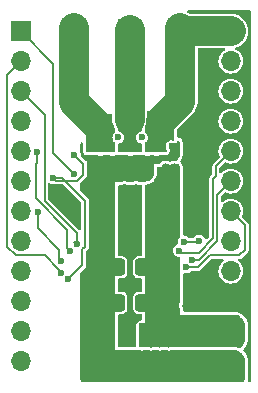
<source format=gbr>
%TF.GenerationSoftware,KiCad,Pcbnew,8.0.7*%
%TF.CreationDate,2025-02-16T23:20:21-06:00*%
%TF.ProjectId,MotorDriver,4d6f746f-7244-4726-9976-65722e6b6963,rev?*%
%TF.SameCoordinates,Original*%
%TF.FileFunction,Copper,L4,Bot*%
%TF.FilePolarity,Positive*%
%FSLAX46Y46*%
G04 Gerber Fmt 4.6, Leading zero omitted, Abs format (unit mm)*
G04 Created by KiCad (PCBNEW 8.0.7) date 2025-02-16 23:20:21*
%MOMM*%
%LPD*%
G01*
G04 APERTURE LIST*
G04 Aperture macros list*
%AMRoundRect*
0 Rectangle with rounded corners*
0 $1 Rounding radius*
0 $2 $3 $4 $5 $6 $7 $8 $9 X,Y pos of 4 corners*
0 Add a 4 corners polygon primitive as box body*
4,1,4,$2,$3,$4,$5,$6,$7,$8,$9,$2,$3,0*
0 Add four circle primitives for the rounded corners*
1,1,$1+$1,$2,$3*
1,1,$1+$1,$4,$5*
1,1,$1+$1,$6,$7*
1,1,$1+$1,$8,$9*
0 Add four rect primitives between the rounded corners*
20,1,$1+$1,$2,$3,$4,$5,0*
20,1,$1+$1,$4,$5,$6,$7,0*
20,1,$1+$1,$6,$7,$8,$9,0*
20,1,$1+$1,$8,$9,$2,$3,0*%
G04 Aperture macros list end*
%TA.AperFunction,SMDPad,CuDef*%
%ADD10RoundRect,0.250000X0.337500X0.475000X-0.337500X0.475000X-0.337500X-0.475000X0.337500X-0.475000X0*%
%TD*%
%TA.AperFunction,ComponentPad*%
%ADD11R,1.700000X1.700000*%
%TD*%
%TA.AperFunction,ComponentPad*%
%ADD12O,1.700000X1.700000*%
%TD*%
%TA.AperFunction,ViaPad*%
%ADD13C,0.600000*%
%TD*%
%TA.AperFunction,Conductor*%
%ADD14C,0.200000*%
%TD*%
%TA.AperFunction,Conductor*%
%ADD15C,2.500000*%
%TD*%
G04 APERTURE END LIST*
D10*
%TO.P,C1,1*%
%TO.N,+BATT*%
X135287500Y-95000000D03*
%TO.P,C1,2*%
%TO.N,-BATT*%
X133212500Y-95000000D03*
%TD*%
D11*
%TO.P,J2,1,Pin_1*%
%TO.N,Net-(J2-Pin_1)*%
X125000000Y-75000000D03*
D12*
%TO.P,J2,2,Pin_2*%
%TO.N,Net-(J2-Pin_2)*%
X125000000Y-77540000D03*
%TO.P,J2,3,Pin_3*%
%TO.N,Net-(J2-Pin_3)*%
X125000000Y-80080000D03*
%TO.P,J2,4,Pin_4*%
%TO.N,Net-(J2-Pin_4)*%
X125000000Y-82620000D03*
%TO.P,J2,5,Pin_5*%
%TO.N,Net-(J2-Pin_5)*%
X125000000Y-85160000D03*
%TO.P,J2,6,Pin_6*%
%TO.N,Net-(J2-Pin_6)*%
X125000000Y-87700000D03*
%TO.P,J2,7,Pin_7*%
%TO.N,/INHA*%
X125000000Y-90240000D03*
%TO.P,J2,8,Pin_8*%
%TO.N,/INLA*%
X125000000Y-92780000D03*
%TO.P,J2,9,Pin_9*%
%TO.N,/INHB*%
X125000000Y-95320000D03*
%TO.P,J2,10,Pin_10*%
%TO.N,/INLB*%
X125000000Y-97860000D03*
%TO.P,J2,11,Pin_11*%
%TO.N,/INHC*%
X125000000Y-100400000D03*
%TO.P,J2,12,Pin_12*%
%TO.N,/INLC*%
X125000000Y-102940000D03*
%TD*%
D10*
%TO.P,C2,1*%
%TO.N,+BATT*%
X135287500Y-98000000D03*
%TO.P,C2,2*%
%TO.N,-BATT*%
X133212500Y-98000000D03*
%TD*%
D11*
%TO.P,J4,1,Pin_1*%
%TO.N,/OUTA*%
X142780000Y-75000000D03*
D12*
%TO.P,J4,2,Pin_2*%
%TO.N,/OUTB*%
X142780000Y-77540000D03*
%TO.P,J4,3,Pin_3*%
%TO.N,/OUTC*%
X142780000Y-80080000D03*
%TO.P,J4,4,Pin_4*%
%TO.N,unconnected-(J4-Pin_4-Pad4)*%
X142780000Y-82620000D03*
%TO.P,J4,5,Pin_5*%
%TO.N,Net-(J4-Pin_5)*%
X142780000Y-85160000D03*
%TO.P,J4,6,Pin_6*%
%TO.N,Net-(J4-Pin_6)*%
X142780000Y-87700000D03*
%TO.P,J4,7,Pin_7*%
%TO.N,Net-(J4-Pin_7)*%
X142780000Y-90240000D03*
%TO.P,J4,8,Pin_8*%
%TO.N,/Buck_Out*%
X142780000Y-92780000D03*
%TO.P,J4,9,Pin_9*%
%TO.N,+3.3V*%
X142780000Y-95320000D03*
%TO.P,J4,10,Pin_10*%
%TO.N,GND*%
X142780000Y-97860000D03*
%TO.P,J4,11,Pin_11*%
%TO.N,+BATT*%
X142780000Y-100400000D03*
%TO.P,J4,12,Pin_12*%
%TO.N,-BATT*%
X142780000Y-102940000D03*
%TD*%
D13*
%TO.N,+BATT*%
X136750000Y-100750000D03*
X135250000Y-101500000D03*
X136750000Y-101500000D03*
X137250000Y-86500000D03*
X137500000Y-101500000D03*
X137500000Y-100000000D03*
X136750000Y-100000000D03*
X138000000Y-86500000D03*
X136000000Y-100000000D03*
X136000000Y-101500000D03*
X136000000Y-100750000D03*
X135250000Y-100000000D03*
X137500000Y-100750000D03*
X135250000Y-100750000D03*
%TO.N,-BATT*%
X132000000Y-100750000D03*
X137750000Y-85500000D03*
X132750000Y-100750000D03*
X131250000Y-101500000D03*
X130500000Y-101500000D03*
X133250000Y-84000000D03*
X131250000Y-100750000D03*
X132750000Y-101500000D03*
X137750000Y-84750000D03*
X131250000Y-100000000D03*
X135250000Y-84000000D03*
X130500000Y-100000000D03*
X132750000Y-100000000D03*
X132000000Y-100000000D03*
X132000000Y-101500000D03*
X130500000Y-100750000D03*
%TO.N,GND*%
X134750000Y-90750000D03*
X127894936Y-89392563D03*
X134000000Y-93750000D03*
X134750000Y-88250000D03*
X134250000Y-97000000D03*
X133750000Y-96250000D03*
X133750000Y-90750000D03*
X138950000Y-98250000D03*
X133750000Y-88250000D03*
X134750000Y-89500000D03*
X133750000Y-89500000D03*
X134750000Y-96250000D03*
%TO.N,+3.3V*%
X127750000Y-87462500D03*
X129000000Y-96000000D03*
X129517707Y-85481338D03*
%TO.N,/Buck_Out*%
X140106796Y-92750000D03*
X138822809Y-92819551D03*
%TO.N,Net-(J2-Pin_3)*%
X129750000Y-93000000D03*
%TO.N,Net-(J2-Pin_2)*%
X128382843Y-95490965D03*
%TO.N,Net-(J2-Pin_5)*%
X128382843Y-94500000D03*
X126459443Y-90290525D03*
%TO.N,Net-(J2-Pin_1)*%
X129500000Y-87081338D03*
%TO.N,Net-(J2-Pin_4)*%
X126346517Y-85256949D03*
X129148957Y-93601043D03*
%TO.N,/OUTA*%
X136500000Y-82750000D03*
X139250000Y-74250000D03*
X136500000Y-85000000D03*
X138500000Y-75750000D03*
X139250000Y-75750000D03*
X137750000Y-75750000D03*
X139250000Y-75000000D03*
X136500000Y-83500000D03*
X137750000Y-75000000D03*
X138500000Y-75000000D03*
X136500000Y-84250000D03*
X137750000Y-74250000D03*
X137250000Y-83500000D03*
X135750000Y-85000000D03*
X138500000Y-74250000D03*
X137250000Y-82750000D03*
%TO.N,/OUTC*%
X131750000Y-85000000D03*
X131750000Y-83500000D03*
X131000000Y-82750000D03*
X128750000Y-74250000D03*
X129500000Y-74250000D03*
X130250000Y-75000000D03*
X131750000Y-82750000D03*
X129500000Y-75750000D03*
X130250000Y-75750000D03*
X128750000Y-75000000D03*
X128750000Y-75750000D03*
X129500000Y-75000000D03*
X130250000Y-74250000D03*
X131750000Y-84250000D03*
X131000000Y-83500000D03*
X132750000Y-85000000D03*
%TO.N,/OUTB*%
X134250000Y-85000000D03*
X134250000Y-75000000D03*
X133500000Y-75000000D03*
X134250000Y-81750000D03*
X135000000Y-74250000D03*
X133750000Y-82500000D03*
X134750000Y-82500000D03*
X134250000Y-84250000D03*
X134250000Y-74250000D03*
X133500000Y-74250000D03*
X134250000Y-75750000D03*
X134250000Y-83250000D03*
X135000000Y-75000000D03*
X135000000Y-75750000D03*
X133500000Y-75750000D03*
%TO.N,Net-(J4-Pin_6)*%
X139500000Y-94350000D03*
%TO.N,Net-(J4-Pin_7)*%
X139000000Y-95000000D03*
%TO.N,Net-(J4-Pin_5)*%
X138415380Y-93584620D03*
%TD*%
D14*
%TO.N,+3.3V*%
X130250000Y-87179867D02*
X130250000Y-86213631D01*
X130200000Y-93469239D02*
X130400000Y-93269239D01*
X127968838Y-87681338D02*
X129748529Y-87681338D01*
X130250000Y-86213631D02*
X129517707Y-85481338D01*
X128475000Y-87462500D02*
X127750000Y-87462500D01*
X130400000Y-93269239D02*
X130400000Y-89387500D01*
X127750000Y-87462500D02*
X127968838Y-87681338D01*
X129748529Y-87681338D02*
X130250000Y-87179867D01*
X130200000Y-94800000D02*
X130200000Y-93469239D01*
X129000000Y-96000000D02*
X130200000Y-94800000D01*
X130400000Y-89387500D02*
X128475000Y-87462500D01*
%TO.N,/Buck_Out*%
X140106796Y-92750000D02*
X140037245Y-92819551D01*
X140037245Y-92819551D02*
X138822809Y-92819551D01*
%TO.N,Net-(J2-Pin_3)*%
X129750000Y-92096157D02*
X129750000Y-93000000D01*
X129519239Y-92850000D02*
X129669239Y-93000000D01*
X127000000Y-89346157D02*
X129750000Y-92096157D01*
X125000000Y-80080000D02*
X127000000Y-82080000D01*
X129669239Y-93000000D02*
X129750000Y-93000000D01*
X127000000Y-82080000D02*
X127000000Y-89346157D01*
%TO.N,Net-(J2-Pin_2)*%
X123850000Y-78690000D02*
X123850000Y-93256346D01*
X127000000Y-94000000D02*
X128250000Y-95250000D01*
X125000000Y-77540000D02*
X123850000Y-78690000D01*
X124593654Y-94000000D02*
X127000000Y-94000000D01*
X123850000Y-93256346D02*
X124593654Y-94000000D01*
X128250000Y-95500000D02*
X128373808Y-95500000D01*
X128373808Y-95500000D02*
X128382843Y-95490965D01*
X128250000Y-95250000D02*
X128250000Y-95500000D01*
%TO.N,Net-(J2-Pin_5)*%
X128250000Y-94367157D02*
X128250000Y-93500000D01*
X126459443Y-91709443D02*
X126459443Y-90290525D01*
X128382843Y-94500000D02*
X128250000Y-94367157D01*
X128250000Y-93500000D02*
X126459443Y-91709443D01*
%TO.N,Net-(J2-Pin_1)*%
X127750000Y-85331338D02*
X129500000Y-87081338D01*
X125000000Y-75000000D02*
X127750000Y-77750000D01*
X127750000Y-77750000D02*
X127750000Y-85331338D01*
%TO.N,Net-(J2-Pin_4)*%
X126346517Y-86153483D02*
X126250000Y-86250000D01*
X128916729Y-91828571D02*
X128916729Y-93368815D01*
X126250000Y-86250000D02*
X126250000Y-89161842D01*
X126346517Y-85256949D02*
X126346517Y-86153483D01*
X128916729Y-93368815D02*
X129148957Y-93601043D01*
X126250000Y-89161842D02*
X128916729Y-91828571D01*
D15*
%TO.N,/OUTA*%
X142780000Y-75000000D02*
X138750000Y-75000000D01*
X138501249Y-74740124D02*
X138501249Y-80990124D01*
X138501249Y-80990124D02*
X136901249Y-82590124D01*
%TO.N,/OUTC*%
X129500000Y-81000000D02*
X131500000Y-83000000D01*
X129500000Y-74750000D02*
X129500000Y-81000000D01*
%TO.N,/OUTB*%
X134200000Y-74950000D02*
X134200000Y-82500000D01*
D14*
%TO.N,Net-(J4-Pin_6)*%
X141630000Y-92756397D02*
X141630000Y-88850000D01*
X140036397Y-94350000D02*
X141630000Y-92756397D01*
X139500000Y-94350000D02*
X140036397Y-94350000D01*
X141630000Y-88850000D02*
X142780000Y-87700000D01*
%TO.N,Net-(J4-Pin_7)*%
X140000000Y-95000000D02*
X141000000Y-94000000D01*
X141000000Y-94000000D02*
X143500000Y-94000000D01*
X144000000Y-93500000D02*
X144000000Y-91460000D01*
X139000000Y-95000000D02*
X140000000Y-95000000D01*
X144000000Y-91460000D02*
X142780000Y-90240000D01*
X143500000Y-94000000D02*
X144000000Y-93500000D01*
%TO.N,Net-(J4-Pin_5)*%
X141500000Y-86440000D02*
X142780000Y-85160000D01*
X138580760Y-93750000D02*
X140036397Y-93750000D01*
X138415380Y-93584620D02*
X138580760Y-93750000D01*
X140036397Y-93750000D02*
X141230000Y-92556397D01*
X141500000Y-87250000D02*
X141500000Y-86440000D01*
X141230000Y-92556397D02*
X141230000Y-87520000D01*
X141230000Y-87520000D02*
X141500000Y-87250000D01*
%TD*%
%TA.AperFunction,Conductor*%
%TO.N,GND*%
G36*
X144458691Y-73269407D02*
G01*
X144494655Y-73318907D01*
X144499500Y-73349500D01*
X144499500Y-104650500D01*
X144480593Y-104708691D01*
X144431093Y-104744655D01*
X144400500Y-104749500D01*
X144288926Y-104749500D01*
X144230735Y-104730593D01*
X144194771Y-104681093D01*
X144194189Y-104621762D01*
X144194189Y-104621761D01*
X144222453Y-104528586D01*
X144228545Y-104504264D01*
X144232331Y-104485230D01*
X144236010Y-104460431D01*
X144253793Y-104279887D01*
X144254715Y-104267386D01*
X144255192Y-104257682D01*
X144255500Y-104245138D01*
X144255500Y-103004861D01*
X144255192Y-102992317D01*
X144254715Y-102982613D01*
X144253793Y-102970112D01*
X144236010Y-102789568D01*
X144232331Y-102764769D01*
X144228545Y-102745735D01*
X144222453Y-102721413D01*
X144171209Y-102552480D01*
X144162761Y-102528869D01*
X144155334Y-102510939D01*
X144144614Y-102488274D01*
X144144605Y-102488257D01*
X144061413Y-102332614D01*
X144061409Y-102332608D01*
X144061406Y-102332603D01*
X144061398Y-102332588D01*
X144048510Y-102311085D01*
X144037728Y-102294948D01*
X144022789Y-102274805D01*
X143910796Y-102138342D01*
X143910777Y-102138322D01*
X143910767Y-102138309D01*
X143893965Y-102119772D01*
X143893958Y-102119764D01*
X143880235Y-102106041D01*
X143880220Y-102106028D01*
X143880208Y-102106016D01*
X143861661Y-102089206D01*
X143861656Y-102089202D01*
X143846212Y-102076528D01*
X143813224Y-102024997D01*
X143816825Y-101963917D01*
X143846210Y-101923472D01*
X143861657Y-101910796D01*
X143880235Y-101893958D01*
X143893958Y-101880235D01*
X143910796Y-101861657D01*
X144022789Y-101725194D01*
X144037728Y-101705051D01*
X144048510Y-101688914D01*
X144061398Y-101667411D01*
X144061410Y-101667388D01*
X144061413Y-101667384D01*
X144144605Y-101511741D01*
X144144610Y-101511732D01*
X144144614Y-101511725D01*
X144155334Y-101489060D01*
X144162761Y-101471130D01*
X144171209Y-101447519D01*
X144222453Y-101278586D01*
X144228545Y-101254264D01*
X144232331Y-101235230D01*
X144236010Y-101210431D01*
X144253793Y-101029887D01*
X144254715Y-101017386D01*
X144255192Y-101007682D01*
X144255500Y-100995138D01*
X144255500Y-100004861D01*
X144255192Y-99992317D01*
X144254715Y-99982613D01*
X144253793Y-99970112D01*
X144236010Y-99789568D01*
X144232331Y-99764769D01*
X144228545Y-99745735D01*
X144222453Y-99721413D01*
X144214211Y-99694241D01*
X144171219Y-99552512D01*
X144171214Y-99552497D01*
X144171209Y-99552480D01*
X144162761Y-99528869D01*
X144155334Y-99510939D01*
X144144614Y-99488274D01*
X144131674Y-99464065D01*
X144061413Y-99332614D01*
X144061409Y-99332608D01*
X144061406Y-99332603D01*
X144061398Y-99332588D01*
X144048510Y-99311085D01*
X144037728Y-99294948D01*
X144022789Y-99274805D01*
X143910796Y-99138342D01*
X143910777Y-99138322D01*
X143910767Y-99138309D01*
X143893965Y-99119772D01*
X143893958Y-99119764D01*
X143880235Y-99106041D01*
X143880220Y-99106028D01*
X143880208Y-99106016D01*
X143861661Y-99089206D01*
X143861651Y-99089198D01*
X143822748Y-99057271D01*
X143822724Y-99057250D01*
X143782817Y-99024500D01*
X143725187Y-98977205D01*
X143705052Y-98962272D01*
X143688925Y-98951496D01*
X143667416Y-98938604D01*
X143667413Y-98938602D01*
X143586401Y-98895301D01*
X143511718Y-98855382D01*
X143489051Y-98844662D01*
X143489052Y-98844662D01*
X143489047Y-98844660D01*
X143471164Y-98837253D01*
X143471163Y-98837252D01*
X143471135Y-98837241D01*
X143468204Y-98836192D01*
X143447552Y-98828802D01*
X143447535Y-98828796D01*
X143447528Y-98828794D01*
X143418962Y-98820128D01*
X143278588Y-98777546D01*
X143254270Y-98771455D01*
X143235233Y-98767668D01*
X143210442Y-98763990D01*
X143210428Y-98763988D01*
X143029887Y-98746205D01*
X143017364Y-98745282D01*
X143007649Y-98744806D01*
X142995154Y-98744500D01*
X142995139Y-98744500D01*
X138854500Y-98744500D01*
X138796309Y-98725593D01*
X138760345Y-98676093D01*
X138755500Y-98645500D01*
X138755500Y-98567844D01*
X138754428Y-98559703D01*
X138746793Y-98501712D01*
X138702700Y-98412302D01*
X138700253Y-98409113D01*
X138687331Y-98386735D01*
X138667578Y-98339044D01*
X138660891Y-98314086D01*
X138654155Y-98262921D01*
X138654155Y-98237079D01*
X138654870Y-98231646D01*
X138660891Y-98185906D01*
X138667575Y-98160958D01*
X138699377Y-98084181D01*
X138702911Y-98076583D01*
X138724088Y-98035693D01*
X138742995Y-97977502D01*
X138755500Y-97898550D01*
X138755500Y-95582086D01*
X138774407Y-95523895D01*
X138823907Y-95487931D01*
X138882392Y-95487097D01*
X138928039Y-95500500D01*
X138928041Y-95500500D01*
X139071959Y-95500500D01*
X139071961Y-95500500D01*
X139210053Y-95459953D01*
X139331128Y-95382143D01*
X139372264Y-95334668D01*
X139424660Y-95303073D01*
X139447083Y-95300500D01*
X140039563Y-95300500D01*
X140039563Y-95300499D01*
X140115989Y-95280021D01*
X140184511Y-95240460D01*
X140240460Y-95184511D01*
X141095475Y-94329496D01*
X141149992Y-94301719D01*
X141165479Y-94300500D01*
X142089665Y-94300500D01*
X142147856Y-94319407D01*
X142183820Y-94368907D01*
X142183820Y-94430093D01*
X142152470Y-94476028D01*
X142033595Y-94573585D01*
X142033585Y-94573595D01*
X141902316Y-94733547D01*
X141804768Y-94916045D01*
X141744699Y-95114065D01*
X141744698Y-95114070D01*
X141724417Y-95319996D01*
X141724417Y-95320003D01*
X141744698Y-95525929D01*
X141744699Y-95525934D01*
X141804768Y-95723954D01*
X141902316Y-95906452D01*
X142028224Y-96059872D01*
X142033590Y-96066410D01*
X142033595Y-96066414D01*
X142193547Y-96197683D01*
X142193548Y-96197683D01*
X142193550Y-96197685D01*
X142376046Y-96295232D01*
X142513997Y-96337078D01*
X142574065Y-96355300D01*
X142574070Y-96355301D01*
X142779997Y-96375583D01*
X142780000Y-96375583D01*
X142780003Y-96375583D01*
X142985929Y-96355301D01*
X142985934Y-96355300D01*
X143183954Y-96295232D01*
X143366450Y-96197685D01*
X143526410Y-96066410D01*
X143657685Y-95906450D01*
X143755232Y-95723954D01*
X143815300Y-95525934D01*
X143815301Y-95525929D01*
X143835583Y-95320003D01*
X143835583Y-95319996D01*
X143815301Y-95114070D01*
X143815300Y-95114065D01*
X143779328Y-94995482D01*
X143755232Y-94916046D01*
X143657685Y-94733550D01*
X143624169Y-94692711D01*
X143526414Y-94573595D01*
X143526410Y-94573590D01*
X143512512Y-94562184D01*
X143407530Y-94476028D01*
X143374543Y-94424497D01*
X143378145Y-94363418D01*
X143416960Y-94316121D01*
X143470335Y-94300500D01*
X143539563Y-94300500D01*
X143539563Y-94300499D01*
X143615989Y-94280021D01*
X143684511Y-94240460D01*
X143740460Y-94184511D01*
X144240460Y-93684511D01*
X144260390Y-93649991D01*
X144280020Y-93615992D01*
X144280020Y-93615990D01*
X144280022Y-93615988D01*
X144300500Y-93539562D01*
X144300500Y-93460438D01*
X144300500Y-91420438D01*
X144297420Y-91408943D01*
X144280022Y-91344012D01*
X144280020Y-91344009D01*
X144280020Y-91344007D01*
X144240463Y-91275493D01*
X144240459Y-91275488D01*
X143756187Y-90791215D01*
X143728410Y-90736699D01*
X143737981Y-90676267D01*
X143738882Y-90674542D01*
X143755230Y-90643957D01*
X143755232Y-90643954D01*
X143815300Y-90445934D01*
X143815301Y-90445929D01*
X143835583Y-90240003D01*
X143835583Y-90239996D01*
X143815301Y-90034070D01*
X143815300Y-90034065D01*
X143781799Y-89923628D01*
X143755232Y-89836046D01*
X143657685Y-89653550D01*
X143526410Y-89493590D01*
X143467695Y-89445404D01*
X143366452Y-89362316D01*
X143183954Y-89264768D01*
X142985934Y-89204699D01*
X142985929Y-89204698D01*
X142780003Y-89184417D01*
X142779997Y-89184417D01*
X142574070Y-89204698D01*
X142574065Y-89204699D01*
X142376045Y-89264768D01*
X142193547Y-89362316D01*
X142193547Y-89362317D01*
X142092305Y-89445404D01*
X142035328Y-89467704D01*
X141976125Y-89452255D01*
X141937310Y-89404958D01*
X141930500Y-89368876D01*
X141930500Y-89015477D01*
X141949407Y-88957286D01*
X141959490Y-88945480D01*
X142228784Y-88676185D01*
X142283299Y-88648409D01*
X142343731Y-88657980D01*
X142345431Y-88658868D01*
X142376046Y-88675232D01*
X142513997Y-88717078D01*
X142574065Y-88735300D01*
X142574070Y-88735301D01*
X142779997Y-88755583D01*
X142780000Y-88755583D01*
X142780003Y-88755583D01*
X142985929Y-88735301D01*
X142985934Y-88735300D01*
X143183954Y-88675232D01*
X143366450Y-88577685D01*
X143526410Y-88446410D01*
X143657685Y-88286450D01*
X143755232Y-88103954D01*
X143815300Y-87905934D01*
X143815301Y-87905929D01*
X143835583Y-87700003D01*
X143835583Y-87699996D01*
X143815301Y-87494070D01*
X143815300Y-87494065D01*
X143776448Y-87365988D01*
X143755232Y-87296046D01*
X143657685Y-87113550D01*
X143631249Y-87081338D01*
X143526414Y-86953595D01*
X143526410Y-86953590D01*
X143467695Y-86905404D01*
X143366452Y-86822316D01*
X143183954Y-86724768D01*
X142985934Y-86664699D01*
X142985929Y-86664698D01*
X142780003Y-86644417D01*
X142779997Y-86644417D01*
X142574070Y-86664698D01*
X142574065Y-86664699D01*
X142376045Y-86724768D01*
X142193547Y-86822316D01*
X142033595Y-86953585D01*
X142033585Y-86953595D01*
X141976028Y-87023729D01*
X141924496Y-87056716D01*
X141863417Y-87053114D01*
X141816120Y-87014298D01*
X141800500Y-86960924D01*
X141800500Y-86605477D01*
X141819407Y-86547286D01*
X141829490Y-86535480D01*
X142228784Y-86136185D01*
X142283299Y-86108409D01*
X142343731Y-86117980D01*
X142345431Y-86118868D01*
X142366243Y-86129992D01*
X142373761Y-86134011D01*
X142376046Y-86135232D01*
X142513997Y-86177078D01*
X142574065Y-86195300D01*
X142574070Y-86195301D01*
X142779997Y-86215583D01*
X142780000Y-86215583D01*
X142780003Y-86215583D01*
X142985929Y-86195301D01*
X142985934Y-86195300D01*
X142993368Y-86193045D01*
X143183954Y-86135232D01*
X143366450Y-86037685D01*
X143526410Y-85906410D01*
X143657685Y-85746450D01*
X143755232Y-85563954D01*
X143815300Y-85365934D01*
X143815301Y-85365929D01*
X143835583Y-85160003D01*
X143835583Y-85159996D01*
X143815301Y-84954070D01*
X143815300Y-84954065D01*
X143769286Y-84802378D01*
X143755232Y-84756046D01*
X143657685Y-84573550D01*
X143629813Y-84539588D01*
X143526414Y-84413595D01*
X143526410Y-84413590D01*
X143467695Y-84365404D01*
X143366452Y-84282316D01*
X143183954Y-84184768D01*
X142985934Y-84124699D01*
X142985929Y-84124698D01*
X142780003Y-84104417D01*
X142779997Y-84104417D01*
X142574070Y-84124698D01*
X142574065Y-84124699D01*
X142376045Y-84184768D01*
X142193547Y-84282316D01*
X142033595Y-84413585D01*
X142033585Y-84413595D01*
X141902316Y-84573547D01*
X141804768Y-84756045D01*
X141744699Y-84954065D01*
X141744698Y-84954070D01*
X141724417Y-85159996D01*
X141724417Y-85160003D01*
X141744698Y-85365929D01*
X141744699Y-85365934D01*
X141794039Y-85528586D01*
X141804768Y-85563954D01*
X141821118Y-85594543D01*
X141831874Y-85654775D01*
X141805173Y-85709826D01*
X141803812Y-85711214D01*
X141315489Y-86199539D01*
X141259539Y-86255489D01*
X141219980Y-86324007D01*
X141219978Y-86324011D01*
X141199500Y-86400435D01*
X141199500Y-87084521D01*
X141180593Y-87142712D01*
X141170504Y-87154525D01*
X141045489Y-87279540D01*
X141045488Y-87279539D01*
X140989539Y-87335489D01*
X140949980Y-87404007D01*
X140949978Y-87404011D01*
X140929500Y-87480435D01*
X140929500Y-92390918D01*
X140910593Y-92449109D01*
X140900503Y-92460922D01*
X140743548Y-92617876D01*
X140689032Y-92645653D01*
X140628600Y-92636082D01*
X140585335Y-92592817D01*
X140583492Y-92588998D01*
X140532174Y-92476629D01*
X140532173Y-92476628D01*
X140532173Y-92476627D01*
X140437924Y-92367857D01*
X140437923Y-92367856D01*
X140437922Y-92367855D01*
X140316853Y-92290049D01*
X140316850Y-92290047D01*
X140316849Y-92290047D01*
X140316846Y-92290046D01*
X140178760Y-92249500D01*
X140178757Y-92249500D01*
X140034835Y-92249500D01*
X140034831Y-92249500D01*
X139896745Y-92290046D01*
X139896738Y-92290049D01*
X139775669Y-92367855D01*
X139722544Y-92429164D01*
X139681419Y-92476627D01*
X139681418Y-92476628D01*
X139676783Y-92481978D01*
X139674995Y-92480429D01*
X139636021Y-92512303D01*
X139600097Y-92519051D01*
X139269892Y-92519051D01*
X139211701Y-92500144D01*
X139195073Y-92484882D01*
X139192557Y-92481978D01*
X139153937Y-92437408D01*
X139058456Y-92376046D01*
X139032866Y-92359600D01*
X139032863Y-92359598D01*
X139032862Y-92359598D01*
X139032859Y-92359597D01*
X138894773Y-92319051D01*
X138894770Y-92319051D01*
X138854500Y-92319051D01*
X138796309Y-92300144D01*
X138760345Y-92250644D01*
X138755500Y-92220051D01*
X138755500Y-86755565D01*
X138755097Y-86741227D01*
X138754474Y-86730149D01*
X138754474Y-86730141D01*
X138753270Y-86715870D01*
X138747504Y-86664700D01*
X138736339Y-86565608D01*
X138736336Y-86565580D01*
X138731539Y-86537341D01*
X138726608Y-86515734D01*
X138718674Y-86488195D01*
X138670572Y-86350727D01*
X138659608Y-86324256D01*
X138649992Y-86304288D01*
X138636132Y-86279210D01*
X138615121Y-86245772D01*
X138558659Y-86155912D01*
X138558652Y-86155903D01*
X138558647Y-86155894D01*
X138542070Y-86132532D01*
X138528248Y-86115199D01*
X138522007Y-86108214D01*
X138497331Y-86052228D01*
X138510277Y-85992428D01*
X138519303Y-85979439D01*
X138522788Y-85975194D01*
X138537728Y-85955051D01*
X138548510Y-85938914D01*
X138561398Y-85917411D01*
X138561410Y-85917388D01*
X138561413Y-85917384D01*
X138634422Y-85780793D01*
X138644614Y-85761725D01*
X138655334Y-85739060D01*
X138662761Y-85721130D01*
X138671209Y-85697519D01*
X138722453Y-85528586D01*
X138728545Y-85504264D01*
X138732331Y-85485230D01*
X138736010Y-85460431D01*
X138753793Y-85279887D01*
X138754715Y-85267386D01*
X138755192Y-85257682D01*
X138755500Y-85245138D01*
X138755500Y-84754861D01*
X138755192Y-84742317D01*
X138754715Y-84732613D01*
X138753793Y-84720112D01*
X138736010Y-84539568D01*
X138732331Y-84514769D01*
X138728545Y-84495735D01*
X138722453Y-84471413D01*
X138671209Y-84302480D01*
X138671204Y-84302467D01*
X138671202Y-84302459D01*
X138662761Y-84278870D01*
X138662760Y-84278868D01*
X138655342Y-84260961D01*
X138655333Y-84260939D01*
X138644618Y-84238284D01*
X138620343Y-84192867D01*
X138603173Y-84165155D01*
X138588561Y-84144624D01*
X138581043Y-84134591D01*
X138581041Y-84134589D01*
X138581040Y-84134587D01*
X138522934Y-84084963D01*
X138505236Y-84069849D01*
X138505230Y-84069845D01*
X138505225Y-84069842D01*
X138451850Y-84039952D01*
X138396359Y-84016969D01*
X138396360Y-84016969D01*
X138296735Y-84009132D01*
X138240207Y-83985719D01*
X138208236Y-83933551D01*
X138205500Y-83910437D01*
X138205500Y-83378197D01*
X138224407Y-83320006D01*
X138234490Y-83308199D01*
X138922694Y-82619996D01*
X141724417Y-82619996D01*
X141724417Y-82620003D01*
X141744698Y-82825929D01*
X141744699Y-82825934D01*
X141804768Y-83023954D01*
X141902316Y-83206452D01*
X141930499Y-83240793D01*
X142033590Y-83366410D01*
X142033595Y-83366414D01*
X142193547Y-83497683D01*
X142193548Y-83497683D01*
X142193550Y-83497685D01*
X142376046Y-83595232D01*
X142513997Y-83637078D01*
X142574065Y-83655300D01*
X142574070Y-83655301D01*
X142779997Y-83675583D01*
X142780000Y-83675583D01*
X142780003Y-83675583D01*
X142985929Y-83655301D01*
X142985934Y-83655300D01*
X143183954Y-83595232D01*
X143366450Y-83497685D01*
X143526410Y-83366410D01*
X143657685Y-83206450D01*
X143755232Y-83023954D01*
X143815300Y-82825934D01*
X143815301Y-82825929D01*
X143835583Y-82620003D01*
X143835583Y-82619996D01*
X143815301Y-82414070D01*
X143815300Y-82414065D01*
X143759462Y-82229992D01*
X143755232Y-82216046D01*
X143657685Y-82033550D01*
X143526410Y-81873590D01*
X143484920Y-81839540D01*
X143366452Y-81742316D01*
X143183954Y-81644768D01*
X142985934Y-81584699D01*
X142985929Y-81584698D01*
X142780003Y-81564417D01*
X142779997Y-81564417D01*
X142574070Y-81584698D01*
X142574065Y-81584699D01*
X142376045Y-81644768D01*
X142193547Y-81742316D01*
X142033595Y-81873585D01*
X142033585Y-81873595D01*
X141902316Y-82033547D01*
X141804768Y-82216045D01*
X141744699Y-82414065D01*
X141744698Y-82414070D01*
X141724417Y-82619996D01*
X138922694Y-82619996D01*
X139607629Y-81935061D01*
X139704394Y-81801875D01*
X139741828Y-81750352D01*
X139845480Y-81546923D01*
X139916033Y-81329784D01*
X139916034Y-81329779D01*
X139951749Y-81104284D01*
X139951749Y-80079996D01*
X141724417Y-80079996D01*
X141724417Y-80080003D01*
X141744698Y-80285929D01*
X141744699Y-80285934D01*
X141804768Y-80483954D01*
X141902316Y-80666452D01*
X141930499Y-80700793D01*
X142033590Y-80826410D01*
X142033595Y-80826414D01*
X142193547Y-80957683D01*
X142193548Y-80957683D01*
X142193550Y-80957685D01*
X142376046Y-81055232D01*
X142513997Y-81097078D01*
X142574065Y-81115300D01*
X142574070Y-81115301D01*
X142779997Y-81135583D01*
X142780000Y-81135583D01*
X142780003Y-81135583D01*
X142985929Y-81115301D01*
X142985934Y-81115300D01*
X143022259Y-81104281D01*
X143183954Y-81055232D01*
X143366450Y-80957685D01*
X143526410Y-80826410D01*
X143657685Y-80666450D01*
X143755232Y-80483954D01*
X143815300Y-80285934D01*
X143815301Y-80285929D01*
X143835583Y-80080003D01*
X143835583Y-80079996D01*
X143815301Y-79874070D01*
X143815300Y-79874065D01*
X143797078Y-79813997D01*
X143755232Y-79676046D01*
X143657685Y-79493550D01*
X143526410Y-79333590D01*
X143467695Y-79285404D01*
X143366452Y-79202316D01*
X143183954Y-79104768D01*
X142985934Y-79044699D01*
X142985929Y-79044698D01*
X142780003Y-79024417D01*
X142779997Y-79024417D01*
X142574070Y-79044698D01*
X142574065Y-79044699D01*
X142376045Y-79104768D01*
X142193547Y-79202316D01*
X142033595Y-79333585D01*
X142033585Y-79333595D01*
X141902316Y-79493547D01*
X141804768Y-79676045D01*
X141744699Y-79874065D01*
X141744698Y-79874070D01*
X141724417Y-80079996D01*
X139951749Y-80079996D01*
X139951749Y-76549500D01*
X139970656Y-76491309D01*
X140020156Y-76455345D01*
X140050749Y-76450500D01*
X142194598Y-76450500D01*
X142252789Y-76469407D01*
X142288753Y-76518907D01*
X142288753Y-76580093D01*
X142252789Y-76629593D01*
X142241272Y-76636806D01*
X142219845Y-76648259D01*
X142193547Y-76662316D01*
X142033595Y-76793585D01*
X142033585Y-76793595D01*
X141902316Y-76953547D01*
X141804768Y-77136045D01*
X141744699Y-77334065D01*
X141744698Y-77334070D01*
X141724417Y-77539996D01*
X141724417Y-77540003D01*
X141744698Y-77745929D01*
X141744699Y-77745934D01*
X141804768Y-77943954D01*
X141902316Y-78126452D01*
X142033585Y-78286404D01*
X142033590Y-78286410D01*
X142033595Y-78286414D01*
X142193547Y-78417683D01*
X142193548Y-78417683D01*
X142193550Y-78417685D01*
X142376046Y-78515232D01*
X142513997Y-78557078D01*
X142574065Y-78575300D01*
X142574070Y-78575301D01*
X142779997Y-78595583D01*
X142780000Y-78595583D01*
X142780003Y-78595583D01*
X142985929Y-78575301D01*
X142985934Y-78575300D01*
X142990183Y-78574011D01*
X143183954Y-78515232D01*
X143366450Y-78417685D01*
X143526410Y-78286410D01*
X143657685Y-78126450D01*
X143755232Y-77943954D01*
X143815300Y-77745934D01*
X143815301Y-77745929D01*
X143835583Y-77540003D01*
X143835583Y-77539996D01*
X143815301Y-77334070D01*
X143815300Y-77334065D01*
X143797078Y-77273997D01*
X143755232Y-77136046D01*
X143657685Y-76953550D01*
X143526410Y-76793590D01*
X143526404Y-76793585D01*
X143366452Y-76662316D01*
X143190198Y-76568105D01*
X143147792Y-76523999D01*
X143139409Y-76463390D01*
X143168252Y-76409430D01*
X143206271Y-76386642D01*
X143336799Y-76344231D01*
X143540228Y-76240579D01*
X143724937Y-76106379D01*
X143886379Y-75944937D01*
X144020579Y-75760228D01*
X144124231Y-75556799D01*
X144194784Y-75339660D01*
X144230500Y-75114157D01*
X144230500Y-74885843D01*
X144230500Y-74885839D01*
X144194785Y-74660344D01*
X144178538Y-74610340D01*
X144124231Y-74443201D01*
X144020579Y-74239772D01*
X143986743Y-74193201D01*
X143886383Y-74055068D01*
X143886381Y-74055066D01*
X143886379Y-74055063D01*
X143724937Y-73893621D01*
X143724933Y-73893618D01*
X143724931Y-73893616D01*
X143540233Y-73759424D01*
X143540227Y-73759420D01*
X143336799Y-73655769D01*
X143119655Y-73585214D01*
X142894160Y-73549500D01*
X142894157Y-73549500D01*
X139362402Y-73549500D01*
X139304212Y-73530593D01*
X139261480Y-73499546D01*
X139261476Y-73499544D01*
X139140119Y-73437710D01*
X139096854Y-73394445D01*
X139087283Y-73334013D01*
X139115060Y-73279496D01*
X139169577Y-73251719D01*
X139185064Y-73250500D01*
X144400500Y-73250500D01*
X144458691Y-73269407D01*
G37*
%TD.AperFunction*%
%TA.AperFunction,Conductor*%
G36*
X133773544Y-87955553D02*
G01*
X133814086Y-87960890D01*
X133839043Y-87967577D01*
X133865454Y-87978517D01*
X133913385Y-87993056D01*
X133951268Y-88000591D01*
X133951267Y-88000591D01*
X134001105Y-88005500D01*
X134001111Y-88005500D01*
X134498888Y-88005500D01*
X134498890Y-88005500D01*
X134548737Y-88000590D01*
X134586622Y-87993054D01*
X134634550Y-87978515D01*
X134660949Y-87967579D01*
X134685911Y-87960890D01*
X134737078Y-87954155D01*
X134762918Y-87954155D01*
X134780231Y-87956434D01*
X134814085Y-87960890D01*
X134839044Y-87967578D01*
X134865451Y-87978516D01*
X134913378Y-87993054D01*
X134951263Y-88000590D01*
X135001110Y-88005500D01*
X135145500Y-88005500D01*
X135203691Y-88024407D01*
X135239655Y-88073907D01*
X135244500Y-88104500D01*
X135244500Y-93975500D01*
X135225593Y-94033691D01*
X135176093Y-94069655D01*
X135145500Y-94074500D01*
X134895725Y-94074500D01*
X134865305Y-94077353D01*
X134865296Y-94077355D01*
X134737116Y-94122207D01*
X134627855Y-94202845D01*
X134627845Y-94202855D01*
X134547207Y-94312116D01*
X134502355Y-94440296D01*
X134502353Y-94440305D01*
X134499500Y-94470725D01*
X134499500Y-95529274D01*
X134502353Y-95559694D01*
X134502355Y-95559703D01*
X134547207Y-95687883D01*
X134627845Y-95797144D01*
X134627847Y-95797146D01*
X134627850Y-95797150D01*
X134627853Y-95797152D01*
X134627855Y-95797154D01*
X134737116Y-95877792D01*
X134737117Y-95877792D01*
X134737118Y-95877793D01*
X134865301Y-95922646D01*
X134895725Y-95925499D01*
X134895727Y-95925500D01*
X134895734Y-95925500D01*
X135145500Y-95925500D01*
X135203691Y-95944407D01*
X135239655Y-95993907D01*
X135244500Y-96024500D01*
X135244500Y-96975500D01*
X135225593Y-97033691D01*
X135176093Y-97069655D01*
X135145500Y-97074500D01*
X134895725Y-97074500D01*
X134865305Y-97077353D01*
X134865296Y-97077355D01*
X134737116Y-97122207D01*
X134627855Y-97202845D01*
X134627845Y-97202855D01*
X134547207Y-97312116D01*
X134502355Y-97440296D01*
X134502353Y-97440305D01*
X134499500Y-97470725D01*
X134499500Y-98529274D01*
X134502353Y-98559694D01*
X134502355Y-98559703D01*
X134547207Y-98687883D01*
X134627845Y-98797144D01*
X134627847Y-98797146D01*
X134627850Y-98797150D01*
X134627853Y-98797152D01*
X134627855Y-98797154D01*
X134737116Y-98877792D01*
X134737117Y-98877792D01*
X134737118Y-98877793D01*
X134865301Y-98922646D01*
X134895725Y-98925499D01*
X134895727Y-98925500D01*
X134895734Y-98925500D01*
X135145500Y-98925500D01*
X135203691Y-98944407D01*
X135239655Y-98993907D01*
X135244500Y-99024500D01*
X135244500Y-99405874D01*
X135225593Y-99464065D01*
X135176093Y-99500029D01*
X135173390Y-99500864D01*
X135136794Y-99511609D01*
X135128234Y-99513713D01*
X135123821Y-99514591D01*
X135123789Y-99514599D01*
X135075874Y-99529133D01*
X135073579Y-99529955D01*
X135073540Y-99529846D01*
X135067764Y-99531878D01*
X135039951Y-99540044D01*
X135039940Y-99540049D01*
X135006333Y-99561647D01*
X134999497Y-99565663D01*
X134996017Y-99567523D01*
X134996003Y-99567532D01*
X134984483Y-99575229D01*
X134972646Y-99583139D01*
X134972636Y-99583146D01*
X134967141Y-99586816D01*
X134965683Y-99587772D01*
X134918869Y-99617858D01*
X134896408Y-99643781D01*
X134891606Y-99648939D01*
X134886962Y-99653585D01*
X134881614Y-99658933D01*
X134852636Y-99694241D01*
X134850933Y-99696259D01*
X134824624Y-99726624D01*
X134824621Y-99726629D01*
X134806742Y-99765777D01*
X134804004Y-99771310D01*
X134793916Y-99790185D01*
X134793914Y-99790189D01*
X134778210Y-99828102D01*
X134776801Y-99831340D01*
X134764835Y-99857542D01*
X134764833Y-99857547D01*
X134757401Y-99909245D01*
X134756507Y-99914468D01*
X134751311Y-99940588D01*
X134747634Y-99965375D01*
X134747631Y-99965406D01*
X134745730Y-99984707D01*
X134745728Y-99984727D01*
X134745530Y-99988762D01*
X134744645Y-99997967D01*
X134744353Y-100000000D01*
X134744353Y-100007071D01*
X134744277Y-100007071D01*
X134744364Y-100008538D01*
X134744500Y-100008538D01*
X134744500Y-100741903D01*
X134744353Y-100743960D01*
X134744353Y-100756053D01*
X134744500Y-100758109D01*
X134744500Y-100995141D01*
X134744807Y-101007666D01*
X134745285Y-101017380D01*
X134746209Y-101029910D01*
X134763988Y-101210424D01*
X134763991Y-101210445D01*
X134767665Y-101235214D01*
X134767667Y-101235223D01*
X134767668Y-101235230D01*
X134767669Y-101235232D01*
X134771454Y-101254264D01*
X134774234Y-101265362D01*
X134777320Y-101277685D01*
X134777390Y-101277962D01*
X134773188Y-101339003D01*
X134771412Y-101343140D01*
X134764834Y-101357544D01*
X134744353Y-101499997D01*
X134744353Y-101500003D01*
X134763246Y-101631411D01*
X134752813Y-101691700D01*
X134708934Y-101734343D01*
X134665254Y-101744500D01*
X133354500Y-101744500D01*
X133296309Y-101725593D01*
X133260345Y-101676093D01*
X133255500Y-101645500D01*
X133255500Y-101508109D01*
X133255647Y-101506053D01*
X133255647Y-101493960D01*
X133255500Y-101491903D01*
X133255500Y-100758109D01*
X133255647Y-100756053D01*
X133255647Y-100743960D01*
X133255500Y-100741903D01*
X133255500Y-100008109D01*
X133255647Y-100006053D01*
X133255647Y-99993960D01*
X133255500Y-99991903D01*
X133255500Y-99024500D01*
X133274407Y-98966309D01*
X133323907Y-98930345D01*
X133354500Y-98925500D01*
X133604273Y-98925500D01*
X133604273Y-98925499D01*
X133634699Y-98922646D01*
X133762882Y-98877793D01*
X133872150Y-98797150D01*
X133952793Y-98687882D01*
X133997646Y-98559699D01*
X134000499Y-98529273D01*
X134000500Y-98529273D01*
X134000500Y-97470727D01*
X134000499Y-97470725D01*
X133997646Y-97440301D01*
X133952793Y-97312118D01*
X133924326Y-97273547D01*
X133872154Y-97202855D01*
X133872152Y-97202853D01*
X133872150Y-97202850D01*
X133872146Y-97202847D01*
X133872144Y-97202845D01*
X133762883Y-97122207D01*
X133634703Y-97077355D01*
X133634694Y-97077353D01*
X133604274Y-97074500D01*
X133604266Y-97074500D01*
X133354500Y-97074500D01*
X133296309Y-97055593D01*
X133260345Y-97006093D01*
X133255500Y-96975500D01*
X133255500Y-96024500D01*
X133274407Y-95966309D01*
X133323907Y-95930345D01*
X133354500Y-95925500D01*
X133604273Y-95925500D01*
X133604273Y-95925499D01*
X133634699Y-95922646D01*
X133762882Y-95877793D01*
X133872150Y-95797150D01*
X133952793Y-95687882D01*
X133997646Y-95559699D01*
X134000499Y-95529273D01*
X134000500Y-95529273D01*
X134000500Y-94470727D01*
X134000499Y-94470725D01*
X133999327Y-94458230D01*
X133997646Y-94440301D01*
X133952793Y-94312118D01*
X133945989Y-94302899D01*
X133872154Y-94202855D01*
X133872152Y-94202853D01*
X133872150Y-94202850D01*
X133872146Y-94202847D01*
X133872144Y-94202845D01*
X133762883Y-94122207D01*
X133634703Y-94077355D01*
X133634694Y-94077353D01*
X133604274Y-94074500D01*
X133604266Y-94074500D01*
X133354500Y-94074500D01*
X133296309Y-94055593D01*
X133260345Y-94006093D01*
X133255500Y-93975500D01*
X133255500Y-88104500D01*
X133274407Y-88046309D01*
X133323907Y-88010345D01*
X133354500Y-88005500D01*
X133518579Y-88005500D01*
X133518580Y-88005500D01*
X133616354Y-87986052D01*
X133660954Y-87967577D01*
X133685908Y-87960891D01*
X133732645Y-87954738D01*
X133737079Y-87954155D01*
X133762919Y-87954155D01*
X133773544Y-87955553D01*
G37*
%TD.AperFunction*%
%TA.AperFunction,Conductor*%
G36*
X127453017Y-87866586D02*
G01*
X127539947Y-87922453D01*
X127642122Y-87952454D01*
X127678035Y-87962999D01*
X127678036Y-87962999D01*
X127678039Y-87963000D01*
X127678041Y-87963000D01*
X127821959Y-87963000D01*
X127821961Y-87963000D01*
X127821962Y-87962999D01*
X127825943Y-87962427D01*
X127865658Y-87964792D01*
X127874171Y-87967073D01*
X127929276Y-87981838D01*
X128008400Y-87981838D01*
X128528359Y-87981838D01*
X128586550Y-88000745D01*
X128598363Y-88010834D01*
X130070504Y-89482975D01*
X130098281Y-89537492D01*
X130099500Y-89552979D01*
X130099500Y-91781678D01*
X130080593Y-91839869D01*
X130031093Y-91875833D01*
X129969907Y-91875833D01*
X129930496Y-91851682D01*
X127329496Y-89250682D01*
X127301719Y-89196165D01*
X127300500Y-89180678D01*
X127300500Y-87949874D01*
X127319407Y-87891683D01*
X127368907Y-87855719D01*
X127430093Y-87855719D01*
X127453017Y-87866586D01*
G37*
%TD.AperFunction*%
%TD*%
%TA.AperFunction,Conductor*%
%TO.N,/OUTC*%
G36*
X132708691Y-82018907D02*
G01*
X132744655Y-82068407D01*
X132749500Y-82099000D01*
X132749500Y-82614160D01*
X132785214Y-82839655D01*
X132855769Y-83056799D01*
X132959422Y-83260230D01*
X132981092Y-83290055D01*
X133000000Y-83348245D01*
X133000000Y-83511660D01*
X132981093Y-83569851D01*
X132954525Y-83594943D01*
X132918873Y-83617855D01*
X132824622Y-83726628D01*
X132764834Y-83857543D01*
X132744353Y-83999997D01*
X132744353Y-84000002D01*
X132764834Y-84142456D01*
X132823585Y-84271101D01*
X132824623Y-84273373D01*
X132918872Y-84382143D01*
X132954523Y-84405054D01*
X132993254Y-84452419D01*
X133000000Y-84488338D01*
X133000000Y-85151000D01*
X132981093Y-85209191D01*
X132931593Y-85245155D01*
X132901000Y-85250000D01*
X130599000Y-85250000D01*
X130540809Y-85231093D01*
X130504845Y-85181593D01*
X130500000Y-85151000D01*
X130500000Y-82099000D01*
X130518907Y-82040809D01*
X130568407Y-82004845D01*
X130599000Y-82000000D01*
X132650500Y-82000000D01*
X132708691Y-82018907D01*
G37*
%TD.AperFunction*%
%TD*%
%TA.AperFunction,Conductor*%
%TO.N,/OUTA*%
G36*
X137959191Y-81768907D02*
G01*
X137995155Y-81818407D01*
X138000000Y-81849000D01*
X138000000Y-84169528D01*
X137981093Y-84227719D01*
X137931593Y-84263683D01*
X137873109Y-84264518D01*
X137821964Y-84249500D01*
X137821961Y-84249500D01*
X137678039Y-84249500D01*
X137678035Y-84249500D01*
X137539949Y-84290046D01*
X137539942Y-84290049D01*
X137418873Y-84367855D01*
X137324622Y-84476628D01*
X137264834Y-84607543D01*
X137244353Y-84749997D01*
X137244353Y-84750002D01*
X137264834Y-84892456D01*
X137324622Y-85023371D01*
X137324623Y-85023373D01*
X137331830Y-85031690D01*
X137356507Y-85060170D01*
X137380323Y-85116530D01*
X137366463Y-85176125D01*
X137356507Y-85189829D01*
X137333979Y-85215829D01*
X137281584Y-85247427D01*
X137259158Y-85250000D01*
X135599000Y-85250000D01*
X135540809Y-85231093D01*
X135504845Y-85181593D01*
X135500000Y-85151000D01*
X135500000Y-84488338D01*
X135518907Y-84430147D01*
X135545475Y-84405055D01*
X135581128Y-84382143D01*
X135675377Y-84273373D01*
X135735165Y-84142457D01*
X135746197Y-84065727D01*
X135755647Y-84000002D01*
X135755647Y-83999997D01*
X135735165Y-83857543D01*
X135697358Y-83774759D01*
X135675377Y-83726627D01*
X135581128Y-83617857D01*
X135581127Y-83617856D01*
X135581126Y-83617855D01*
X135545475Y-83594943D01*
X135506745Y-83547576D01*
X135500000Y-83511660D01*
X135500000Y-83167375D01*
X135510790Y-83122431D01*
X135517371Y-83109512D01*
X135544231Y-83056799D01*
X135614784Y-82839660D01*
X135650500Y-82614157D01*
X135650500Y-81849000D01*
X135669407Y-81790809D01*
X135718907Y-81754845D01*
X135749500Y-81750000D01*
X137901000Y-81750000D01*
X137959191Y-81768907D01*
G37*
%TD.AperFunction*%
%TD*%
%TA.AperFunction,Conductor*%
%TO.N,/OUTB*%
G36*
X135209191Y-82018907D02*
G01*
X135245155Y-82068407D01*
X135250000Y-82099000D01*
X135250000Y-83404259D01*
X135231093Y-83462450D01*
X135181593Y-83498414D01*
X135178892Y-83499249D01*
X135039947Y-83540047D01*
X135039942Y-83540049D01*
X134918873Y-83617855D01*
X134824622Y-83726628D01*
X134764834Y-83857543D01*
X134744353Y-83999997D01*
X134744353Y-84000002D01*
X134764834Y-84142456D01*
X134809646Y-84240579D01*
X134824623Y-84273373D01*
X134918872Y-84382143D01*
X134918873Y-84382144D01*
X135025236Y-84450499D01*
X135039947Y-84459953D01*
X135178039Y-84500500D01*
X135178040Y-84500500D01*
X135178891Y-84500750D01*
X135229398Y-84535286D01*
X135249960Y-84592913D01*
X135250000Y-84595740D01*
X135250000Y-84953644D01*
X135248992Y-84967733D01*
X135244353Y-84999998D01*
X135244353Y-85000001D01*
X135248992Y-85032264D01*
X135250000Y-85046354D01*
X135250000Y-85151000D01*
X135231093Y-85209191D01*
X135181593Y-85245155D01*
X135151000Y-85250000D01*
X133349000Y-85250000D01*
X133290809Y-85231093D01*
X133254845Y-85181593D01*
X133250000Y-85151000D01*
X133250000Y-85046354D01*
X133251008Y-85032264D01*
X133255647Y-85000001D01*
X133255647Y-84999998D01*
X133251008Y-84967733D01*
X133250000Y-84953644D01*
X133250000Y-84595740D01*
X133268907Y-84537549D01*
X133318407Y-84501585D01*
X133321109Y-84500750D01*
X133321960Y-84500500D01*
X133321961Y-84500500D01*
X133460053Y-84459953D01*
X133581128Y-84382143D01*
X133675377Y-84273373D01*
X133735165Y-84142457D01*
X133741992Y-84094971D01*
X133755647Y-84000002D01*
X133755647Y-83999997D01*
X133735165Y-83857543D01*
X133722907Y-83830703D01*
X133675377Y-83726627D01*
X133581128Y-83617857D01*
X133581127Y-83617856D01*
X133581126Y-83617855D01*
X133460057Y-83540049D01*
X133460054Y-83540048D01*
X133460053Y-83540047D01*
X133411083Y-83525668D01*
X133321108Y-83499249D01*
X133270602Y-83464713D01*
X133250040Y-83407086D01*
X133250000Y-83404259D01*
X133250000Y-82099000D01*
X133268907Y-82040809D01*
X133318407Y-82004845D01*
X133349000Y-82000000D01*
X135151000Y-82000000D01*
X135209191Y-82018907D01*
G37*
%TD.AperFunction*%
%TD*%
%TA.AperFunction,Conductor*%
%TO.N,+BATT*%
G36*
X137305658Y-86209781D02*
G01*
X137314086Y-86210891D01*
X137339044Y-86217578D01*
X137386736Y-86237332D01*
X137408641Y-86249988D01*
X137408683Y-86249933D01*
X137409151Y-86250283D01*
X137409160Y-86250288D01*
X137409198Y-86250317D01*
X137409232Y-86250343D01*
X137409242Y-86250350D01*
X137414508Y-86254283D01*
X137418718Y-86257342D01*
X137418719Y-86257343D01*
X137496357Y-86295636D01*
X137496368Y-86295639D01*
X137496370Y-86295640D01*
X137507592Y-86298964D01*
X137555023Y-86313014D01*
X137614214Y-86323186D01*
X137712873Y-86308882D01*
X137770549Y-86288459D01*
X137840805Y-86250315D01*
X137840882Y-86250255D01*
X137841002Y-86250186D01*
X137844067Y-86248196D01*
X137844171Y-86248356D01*
X137863269Y-86237330D01*
X137910953Y-86217579D01*
X137935912Y-86210891D01*
X137987078Y-86204155D01*
X138012918Y-86204155D01*
X138108166Y-86216695D01*
X138157394Y-86218387D01*
X138195312Y-86216026D01*
X138214232Y-86213754D01*
X138274258Y-86225589D01*
X138296035Y-86242044D01*
X138328487Y-86274496D01*
X138342309Y-86291829D01*
X138419794Y-86415145D01*
X138429410Y-86435113D01*
X138477512Y-86572581D01*
X138482443Y-86594188D01*
X138499377Y-86744478D01*
X138500000Y-86755563D01*
X138500000Y-92324539D01*
X138481093Y-92382730D01*
X138461269Y-92403080D01*
X138430191Y-92426927D01*
X138430186Y-92426932D01*
X138341948Y-92541925D01*
X138341946Y-92541929D01*
X138286479Y-92675841D01*
X138286478Y-92675842D01*
X138267559Y-92819550D01*
X138267559Y-92819551D01*
X138286413Y-92962760D01*
X138275263Y-93022921D01*
X138230881Y-93065038D01*
X138226146Y-93067146D01*
X138137756Y-93103758D01*
X138137754Y-93103759D01*
X138022761Y-93191997D01*
X138022757Y-93192001D01*
X137934519Y-93306994D01*
X137934517Y-93306998D01*
X137879050Y-93440910D01*
X137879049Y-93440911D01*
X137860130Y-93584619D01*
X137860130Y-93584620D01*
X137879049Y-93728328D01*
X137879050Y-93728329D01*
X137934519Y-93862245D01*
X138022759Y-93977241D01*
X138137755Y-94065481D01*
X138271671Y-94120950D01*
X138413922Y-94139678D01*
X138469147Y-94166019D01*
X138498342Y-94219790D01*
X138500000Y-94237831D01*
X138500000Y-94748889D01*
X138492465Y-94786771D01*
X138471798Y-94836669D01*
X138463669Y-94856294D01*
X138444750Y-94999999D01*
X138444750Y-95000000D01*
X138460142Y-95116917D01*
X138463670Y-95143709D01*
X138492464Y-95213226D01*
X138500000Y-95251109D01*
X138500000Y-97898550D01*
X138481093Y-97956741D01*
X138479543Y-97958816D01*
X138469139Y-97972374D01*
X138469137Y-97972378D01*
X138413670Y-98106290D01*
X138413669Y-98106291D01*
X138394750Y-98249999D01*
X138394750Y-98250000D01*
X138413669Y-98393708D01*
X138413670Y-98393709D01*
X138469137Y-98527621D01*
X138469139Y-98527625D01*
X138500000Y-98567843D01*
X138500000Y-99000000D01*
X142995139Y-99000000D01*
X143004842Y-99000476D01*
X143185388Y-99018259D01*
X143204418Y-99022044D01*
X143373360Y-99073292D01*
X143391276Y-99080713D01*
X143546974Y-99163935D01*
X143563101Y-99174711D01*
X143658771Y-99253224D01*
X143699569Y-99286707D01*
X143713292Y-99300430D01*
X143825285Y-99436893D01*
X143836067Y-99453030D01*
X143919283Y-99608716D01*
X143926710Y-99626646D01*
X143977954Y-99795579D01*
X143981740Y-99814613D01*
X143999523Y-99995157D01*
X144000000Y-100004861D01*
X144000000Y-100995138D01*
X143999523Y-101004842D01*
X143981740Y-101185386D01*
X143977954Y-101204420D01*
X143926710Y-101373353D01*
X143919283Y-101391283D01*
X143836067Y-101546969D01*
X143825285Y-101563106D01*
X143713292Y-101699569D01*
X143699569Y-101713292D01*
X143568389Y-101820949D01*
X143511412Y-101843249D01*
X143472229Y-101837633D01*
X143471144Y-101837244D01*
X143471135Y-101837241D01*
X143447528Y-101828794D01*
X143418962Y-101820128D01*
X143278588Y-101777546D01*
X143254270Y-101771455D01*
X143235233Y-101767668D01*
X143210442Y-101763990D01*
X143210428Y-101763988D01*
X143029887Y-101746205D01*
X143017364Y-101745282D01*
X143007649Y-101744806D01*
X142995154Y-101744500D01*
X142995139Y-101744500D01*
X137751110Y-101744500D01*
X137743171Y-101745282D01*
X137701265Y-101749409D01*
X137663375Y-101756946D01*
X137615463Y-101771480D01*
X137615435Y-101771489D01*
X137589046Y-101782419D01*
X137564089Y-101789106D01*
X137512922Y-101795843D01*
X137487077Y-101795843D01*
X137435912Y-101789107D01*
X137410950Y-101782419D01*
X137384547Y-101771483D01*
X137336624Y-101756946D01*
X137298732Y-101749409D01*
X137298736Y-101749409D01*
X137256829Y-101745282D01*
X137248890Y-101744500D01*
X137001110Y-101744500D01*
X136993171Y-101745282D01*
X136951265Y-101749409D01*
X136913375Y-101756946D01*
X136865463Y-101771480D01*
X136865435Y-101771489D01*
X136839046Y-101782419D01*
X136814089Y-101789106D01*
X136762922Y-101795843D01*
X136737077Y-101795843D01*
X136685912Y-101789107D01*
X136660950Y-101782419D01*
X136634547Y-101771483D01*
X136586624Y-101756946D01*
X136548732Y-101749409D01*
X136548736Y-101749409D01*
X136506829Y-101745282D01*
X136498890Y-101744500D01*
X136251110Y-101744500D01*
X136243171Y-101745282D01*
X136201265Y-101749409D01*
X136163375Y-101756946D01*
X136115463Y-101771480D01*
X136115435Y-101771489D01*
X136089046Y-101782419D01*
X136064089Y-101789106D01*
X136012922Y-101795843D01*
X135987077Y-101795843D01*
X135935912Y-101789107D01*
X135910950Y-101782419D01*
X135884547Y-101771483D01*
X135836624Y-101756946D01*
X135798732Y-101749409D01*
X135798736Y-101749409D01*
X135756829Y-101745282D01*
X135748890Y-101744500D01*
X135501110Y-101744500D01*
X135493171Y-101745282D01*
X135451263Y-101749409D01*
X135411202Y-101757378D01*
X135350441Y-101750186D01*
X135329084Y-101736808D01*
X135300430Y-101713292D01*
X135286707Y-101699569D01*
X135253224Y-101658771D01*
X135174711Y-101563101D01*
X135163935Y-101546974D01*
X135080713Y-101391276D01*
X135073292Y-101373360D01*
X135022044Y-101204418D01*
X135018259Y-101185386D01*
X135000477Y-101004842D01*
X135000000Y-100995138D01*
X135000000Y-100009751D01*
X135001902Y-99990438D01*
X135015188Y-99923643D01*
X135029971Y-99887954D01*
X135062283Y-99839596D01*
X135089596Y-99812283D01*
X135114595Y-99795579D01*
X135137955Y-99779970D01*
X135173641Y-99765188D01*
X135250000Y-99750000D01*
X135500000Y-99750000D01*
X135500000Y-88095587D01*
X135518907Y-88037396D01*
X135568407Y-88001432D01*
X135587915Y-87997210D01*
X135684410Y-87986337D01*
X135684409Y-87986337D01*
X135684419Y-87986336D01*
X135696307Y-87984316D01*
X135712650Y-87981540D01*
X135712660Y-87981537D01*
X135712664Y-87981537D01*
X135734273Y-87976605D01*
X135761806Y-87968673D01*
X135899268Y-87920573D01*
X135925730Y-87909613D01*
X135945702Y-87899996D01*
X135970789Y-87886132D01*
X136094105Y-87808647D01*
X136117467Y-87792070D01*
X136134800Y-87778248D01*
X136156169Y-87759153D01*
X136259153Y-87656169D01*
X136278248Y-87634800D01*
X136292070Y-87617467D01*
X136308647Y-87594105D01*
X136386132Y-87470789D01*
X136399991Y-87445712D01*
X136409610Y-87425738D01*
X136420574Y-87399270D01*
X136427130Y-87380535D01*
X136427132Y-87380528D01*
X136468674Y-87261803D01*
X136476605Y-87234273D01*
X136481537Y-87212664D01*
X136481537Y-87212660D01*
X136481540Y-87212650D01*
X136486333Y-87184439D01*
X136486333Y-87184432D01*
X136486336Y-87184419D01*
X136503892Y-87028609D01*
X136503936Y-87028216D01*
X136503937Y-87028207D01*
X136505500Y-86999992D01*
X136505500Y-86604500D01*
X136524407Y-86546309D01*
X136573907Y-86510345D01*
X136604500Y-86505500D01*
X136757698Y-86505500D01*
X136757701Y-86505500D01*
X136855476Y-86486049D01*
X136855477Y-86486048D01*
X136855478Y-86486048D01*
X136883105Y-86467586D01*
X136938365Y-86430662D01*
X136983730Y-86362764D01*
X136987495Y-86357510D01*
X137031672Y-86299937D01*
X137049940Y-86281669D01*
X137090888Y-86250249D01*
X137113259Y-86237333D01*
X137160955Y-86217577D01*
X137185911Y-86210891D01*
X137237078Y-86204155D01*
X137262920Y-86204155D01*
X137305658Y-86209781D01*
G37*
%TD.AperFunction*%
%TD*%
%TA.AperFunction,Conductor*%
%TO.N,-BATT*%
G36*
X138380398Y-84292774D02*
G01*
X138395010Y-84313305D01*
X138419285Y-84358722D01*
X138426710Y-84376646D01*
X138477954Y-84545579D01*
X138481740Y-84564613D01*
X138499523Y-84745157D01*
X138500000Y-84754861D01*
X138500000Y-85245138D01*
X138499523Y-85254842D01*
X138481740Y-85435386D01*
X138477954Y-85454420D01*
X138426710Y-85623353D01*
X138419283Y-85641283D01*
X138336067Y-85796969D01*
X138325285Y-85813106D01*
X138230966Y-85928033D01*
X138179434Y-85961020D01*
X138141516Y-85963381D01*
X138000001Y-85944750D01*
X138000000Y-85944750D01*
X137856291Y-85963669D01*
X137856290Y-85963670D01*
X137722378Y-86019137D01*
X137722374Y-86019139D01*
X137685266Y-86047613D01*
X137627590Y-86068036D01*
X137568924Y-86050658D01*
X137564734Y-86047613D01*
X137527625Y-86019139D01*
X137527621Y-86019137D01*
X137393709Y-85963670D01*
X137393708Y-85963669D01*
X137250000Y-85944750D01*
X137106291Y-85963669D01*
X137106290Y-85963670D01*
X136972378Y-86019137D01*
X136972374Y-86019139D01*
X136857381Y-86107377D01*
X136857377Y-86107381D01*
X136769138Y-86222375D01*
X136757696Y-86250000D01*
X136250000Y-86250000D01*
X136250000Y-86999992D01*
X136249999Y-87000001D01*
X136232443Y-87155811D01*
X136227511Y-87177420D01*
X136185969Y-87296145D01*
X136179413Y-87314880D01*
X136169794Y-87334854D01*
X136092309Y-87458170D01*
X136078487Y-87475503D01*
X135975503Y-87578487D01*
X135958170Y-87592309D01*
X135834854Y-87669794D01*
X135814882Y-87679411D01*
X135677420Y-87727511D01*
X135655811Y-87732443D01*
X135505521Y-87749377D01*
X135494436Y-87750000D01*
X135001110Y-87750000D01*
X134963225Y-87742464D01*
X134893709Y-87713670D01*
X134893708Y-87713669D01*
X134750000Y-87694750D01*
X134606291Y-87713669D01*
X134606290Y-87713670D01*
X134536775Y-87742464D01*
X134498890Y-87750000D01*
X134001111Y-87750000D01*
X133963228Y-87742465D01*
X133893709Y-87713670D01*
X133893706Y-87713669D01*
X133893705Y-87713669D01*
X133750000Y-87694750D01*
X133606291Y-87713669D01*
X133606290Y-87713670D01*
X133518580Y-87750000D01*
X133000000Y-87750000D01*
X133000000Y-102000000D01*
X134998890Y-102000000D01*
X135036775Y-102007536D01*
X135106291Y-102036330D01*
X135250000Y-102055250D01*
X135393709Y-102036330D01*
X135463225Y-102007536D01*
X135501110Y-102000000D01*
X135748890Y-102000000D01*
X135786775Y-102007536D01*
X135856291Y-102036330D01*
X136000000Y-102055250D01*
X136143709Y-102036330D01*
X136213225Y-102007536D01*
X136251110Y-102000000D01*
X136498890Y-102000000D01*
X136536775Y-102007536D01*
X136606291Y-102036330D01*
X136750000Y-102055250D01*
X136893709Y-102036330D01*
X136963225Y-102007536D01*
X137001110Y-102000000D01*
X137248890Y-102000000D01*
X137286775Y-102007536D01*
X137356291Y-102036330D01*
X137500000Y-102055250D01*
X137643709Y-102036330D01*
X137713225Y-102007536D01*
X137751110Y-102000000D01*
X142995139Y-102000000D01*
X143004842Y-102000476D01*
X143185388Y-102018259D01*
X143204418Y-102022044D01*
X143373360Y-102073292D01*
X143391276Y-102080713D01*
X143546974Y-102163935D01*
X143563101Y-102174711D01*
X143658771Y-102253224D01*
X143699569Y-102286707D01*
X143713292Y-102300430D01*
X143825285Y-102436893D01*
X143836067Y-102453030D01*
X143919283Y-102608716D01*
X143926710Y-102626646D01*
X143977954Y-102795579D01*
X143981740Y-102814613D01*
X143999523Y-102995157D01*
X144000000Y-103004861D01*
X144000000Y-104245138D01*
X143999523Y-104254842D01*
X143981740Y-104435386D01*
X143977954Y-104454420D01*
X143926710Y-104623353D01*
X143919283Y-104641283D01*
X143889412Y-104697168D01*
X143845307Y-104739575D01*
X143802102Y-104749500D01*
X130197898Y-104749500D01*
X130139707Y-104730593D01*
X130110588Y-104697169D01*
X130080711Y-104641272D01*
X130073292Y-104623360D01*
X130022044Y-104454418D01*
X130018259Y-104435386D01*
X130000477Y-104254842D01*
X130000000Y-104245138D01*
X130000000Y-95536688D01*
X130018907Y-95478497D01*
X130028988Y-95466693D01*
X130480469Y-95015212D01*
X130526614Y-94935288D01*
X130530507Y-94920754D01*
X130530510Y-94920751D01*
X130530509Y-94920751D01*
X130550500Y-94846143D01*
X130550500Y-93655428D01*
X130569407Y-93597237D01*
X130579490Y-93585430D01*
X130680470Y-93484451D01*
X130726614Y-93404527D01*
X130739247Y-93357379D01*
X130739649Y-93355881D01*
X130750500Y-93315382D01*
X130750500Y-89341357D01*
X130739422Y-89300013D01*
X130726614Y-89252212D01*
X130725713Y-89250652D01*
X130725710Y-89250646D01*
X130725706Y-89250638D01*
X130680471Y-89172290D01*
X130680470Y-89172288D01*
X130028996Y-88520814D01*
X130001219Y-88466297D01*
X130000000Y-88450810D01*
X130000000Y-87966556D01*
X130018907Y-87908365D01*
X130028990Y-87896558D01*
X130530470Y-87395079D01*
X130576614Y-87315155D01*
X130580474Y-87300750D01*
X130581708Y-87296145D01*
X130581708Y-87296143D01*
X130600500Y-87226010D01*
X130600500Y-86167488D01*
X130600500Y-86167487D01*
X130576614Y-86078343D01*
X130555620Y-86041981D01*
X130552506Y-86036588D01*
X130530471Y-85998421D01*
X130530470Y-85998419D01*
X130100548Y-85568496D01*
X130072771Y-85513980D01*
X130072400Y-85485567D01*
X130072957Y-85481338D01*
X130054037Y-85337629D01*
X130007536Y-85225363D01*
X130000000Y-85187478D01*
X130000000Y-84754861D01*
X130000477Y-84745157D01*
X130008144Y-84667316D01*
X130018259Y-84564609D01*
X130022045Y-84545579D01*
X130029551Y-84520837D01*
X130050763Y-84450907D01*
X130085748Y-84400711D01*
X130143556Y-84380665D01*
X130202107Y-84398426D01*
X130239036Y-84447210D01*
X130244500Y-84479646D01*
X130244500Y-85151000D01*
X130247645Y-85190965D01*
X130249664Y-85203713D01*
X130252492Y-85221570D01*
X130256405Y-85241240D01*
X130298138Y-85331768D01*
X130298141Y-85331773D01*
X130334101Y-85381269D01*
X130334104Y-85381272D01*
X130334105Y-85381273D01*
X130374876Y-85425378D01*
X130461857Y-85474088D01*
X130520048Y-85492995D01*
X130520049Y-85492995D01*
X130520052Y-85492996D01*
X130598997Y-85505500D01*
X130599000Y-85505500D01*
X131512169Y-85505500D01*
X131550052Y-85513035D01*
X131606291Y-85536330D01*
X131750000Y-85555250D01*
X131893709Y-85536330D01*
X131949947Y-85513035D01*
X131987831Y-85505500D01*
X132512169Y-85505500D01*
X132550052Y-85513035D01*
X132606291Y-85536330D01*
X132750000Y-85555250D01*
X132893709Y-85536330D01*
X133027625Y-85480861D01*
X133032030Y-85477479D01*
X133050850Y-85466113D01*
X133081773Y-85451859D01*
X133081774Y-85451857D01*
X133085547Y-85450119D01*
X133146309Y-85442931D01*
X133175361Y-85453650D01*
X133211857Y-85474088D01*
X133270048Y-85492995D01*
X133270049Y-85492995D01*
X133270052Y-85492996D01*
X133348997Y-85505500D01*
X133349000Y-85505500D01*
X134012169Y-85505500D01*
X134050052Y-85513035D01*
X134106291Y-85536330D01*
X134250000Y-85555250D01*
X134393709Y-85536330D01*
X134449947Y-85513035D01*
X134487831Y-85505500D01*
X135150994Y-85505500D01*
X135151000Y-85505500D01*
X135190965Y-85502355D01*
X135221558Y-85497510D01*
X135241239Y-85493595D01*
X135331773Y-85451859D01*
X135331778Y-85451855D01*
X135335540Y-85450121D01*
X135396301Y-85442929D01*
X135425355Y-85453647D01*
X135461857Y-85474088D01*
X135461860Y-85474089D01*
X135461887Y-85474104D01*
X135470511Y-85479785D01*
X135472372Y-85480860D01*
X135501672Y-85492996D01*
X135606291Y-85536330D01*
X135750000Y-85555250D01*
X135893709Y-85536330D01*
X135949947Y-85513035D01*
X135987831Y-85505500D01*
X136262169Y-85505500D01*
X136300052Y-85513035D01*
X136356291Y-85536330D01*
X136500000Y-85555250D01*
X136643709Y-85536330D01*
X136699947Y-85513035D01*
X136737831Y-85505500D01*
X137259147Y-85505500D01*
X137259158Y-85505500D01*
X137288281Y-85503835D01*
X137310707Y-85501262D01*
X137319760Y-85500059D01*
X137413532Y-85466219D01*
X137465927Y-85434621D01*
X137527077Y-85383141D01*
X137549605Y-85357141D01*
X137563215Y-85340003D01*
X137573171Y-85326299D01*
X137574230Y-85324830D01*
X137615321Y-85234002D01*
X137629181Y-85174407D01*
X137635817Y-85114713D01*
X137615673Y-85017078D01*
X137591857Y-84960718D01*
X137549605Y-84892857D01*
X137549601Y-84892852D01*
X137547295Y-84889725D01*
X137547755Y-84889385D01*
X137535857Y-84870867D01*
X137518417Y-84832680D01*
X137510480Y-84805646D01*
X137504505Y-84764083D01*
X137504505Y-84735914D01*
X137510480Y-84694351D01*
X137518416Y-84667321D01*
X137535860Y-84629125D01*
X137551091Y-84605427D01*
X137578592Y-84573689D01*
X137599883Y-84555239D01*
X137635205Y-84532540D01*
X137660830Y-84520837D01*
X137701112Y-84509009D01*
X137729003Y-84505000D01*
X137770992Y-84505000D01*
X137798889Y-84509012D01*
X137799878Y-84509302D01*
X137801124Y-84509668D01*
X137831377Y-84513797D01*
X137876751Y-84519992D01*
X137876752Y-84519992D01*
X137876756Y-84519991D01*
X137876757Y-84519992D01*
X137918531Y-84519395D01*
X137935243Y-84519157D01*
X137949311Y-84517389D01*
X137991239Y-84512123D01*
X138081773Y-84470387D01*
X138131273Y-84434423D01*
X138175378Y-84393652D01*
X138221325Y-84311603D01*
X138266253Y-84270072D01*
X138327014Y-84262879D01*
X138380398Y-84292774D01*
G37*
%TD.AperFunction*%
%TA.AperFunction,Conductor*%
G36*
X135360653Y-83768907D02*
G01*
X135368356Y-83775115D01*
X135410243Y-83812472D01*
X135410001Y-83812742D01*
X135420232Y-83822333D01*
X135448903Y-83855422D01*
X135448907Y-83855426D01*
X135464129Y-83879106D01*
X135464937Y-83880876D01*
X135464943Y-83880903D01*
X135464949Y-83880901D01*
X135481581Y-83917321D01*
X135489519Y-83944355D01*
X135495494Y-83985906D01*
X135495494Y-84014086D01*
X135492794Y-84032865D01*
X135492793Y-84032876D01*
X135489520Y-84055639D01*
X135481581Y-84082676D01*
X135464137Y-84120872D01*
X135448903Y-84144577D01*
X135420139Y-84177772D01*
X135406331Y-84190906D01*
X135370053Y-84219294D01*
X135370039Y-84219306D01*
X135353789Y-84234654D01*
X135298501Y-84260863D01*
X135257925Y-84257669D01*
X135251188Y-84255691D01*
X135251174Y-84255687D01*
X135247091Y-84254487D01*
X135247091Y-84254488D01*
X135160833Y-84229161D01*
X135135200Y-84217455D01*
X135099882Y-84194757D01*
X135078587Y-84176304D01*
X135051095Y-84144577D01*
X135051090Y-84144571D01*
X135035860Y-84120873D01*
X135018415Y-84082675D01*
X135010480Y-84055646D01*
X135004505Y-84014083D01*
X135004505Y-83985914D01*
X135010480Y-83944351D01*
X135018416Y-83917321D01*
X135035860Y-83879125D01*
X135051088Y-83855429D01*
X135078590Y-83823690D01*
X135099886Y-83805239D01*
X135135202Y-83782543D01*
X135160831Y-83770838D01*
X135218143Y-83754010D01*
X135246034Y-83750000D01*
X135302462Y-83750000D01*
X135360653Y-83768907D01*
G37*
%TD.AperFunction*%
%TA.AperFunction,Conductor*%
G36*
X133281857Y-83754010D02*
G01*
X133339100Y-83770818D01*
X133339097Y-83770824D01*
X133364797Y-83782543D01*
X133400113Y-83805239D01*
X133421409Y-83823692D01*
X133448903Y-83855422D01*
X133464138Y-83879127D01*
X133481581Y-83917322D01*
X133489519Y-83944356D01*
X133495494Y-83985905D01*
X133495494Y-84014087D01*
X133489519Y-84055642D01*
X133481580Y-84082679D01*
X133464137Y-84120873D01*
X133448904Y-84144577D01*
X133421411Y-84176306D01*
X133400115Y-84194759D01*
X133364801Y-84217454D01*
X133339169Y-84229160D01*
X133252815Y-84254516D01*
X133252740Y-84254536D01*
X133248856Y-84255677D01*
X133248857Y-84255678D01*
X133248779Y-84255701D01*
X133248669Y-84255733D01*
X133239405Y-84258453D01*
X133178245Y-84256705D01*
X133145622Y-84237349D01*
X133089753Y-84187524D01*
X133089993Y-84187254D01*
X133079761Y-84177659D01*
X133073689Y-84170652D01*
X133051090Y-84144571D01*
X133035860Y-84120873D01*
X133018415Y-84082675D01*
X133010480Y-84055646D01*
X133004505Y-84014083D01*
X133004505Y-83985914D01*
X133010480Y-83944351D01*
X133018416Y-83917321D01*
X133035861Y-83879123D01*
X133051087Y-83855430D01*
X133079854Y-83822230D01*
X133093649Y-83809107D01*
X133129957Y-83780695D01*
X133130933Y-83779772D01*
X133133845Y-83777024D01*
X133189133Y-83750816D01*
X133201818Y-83750000D01*
X133253966Y-83750000D01*
X133281857Y-83754010D01*
G37*
%TD.AperFunction*%
%TD*%
M02*

</source>
